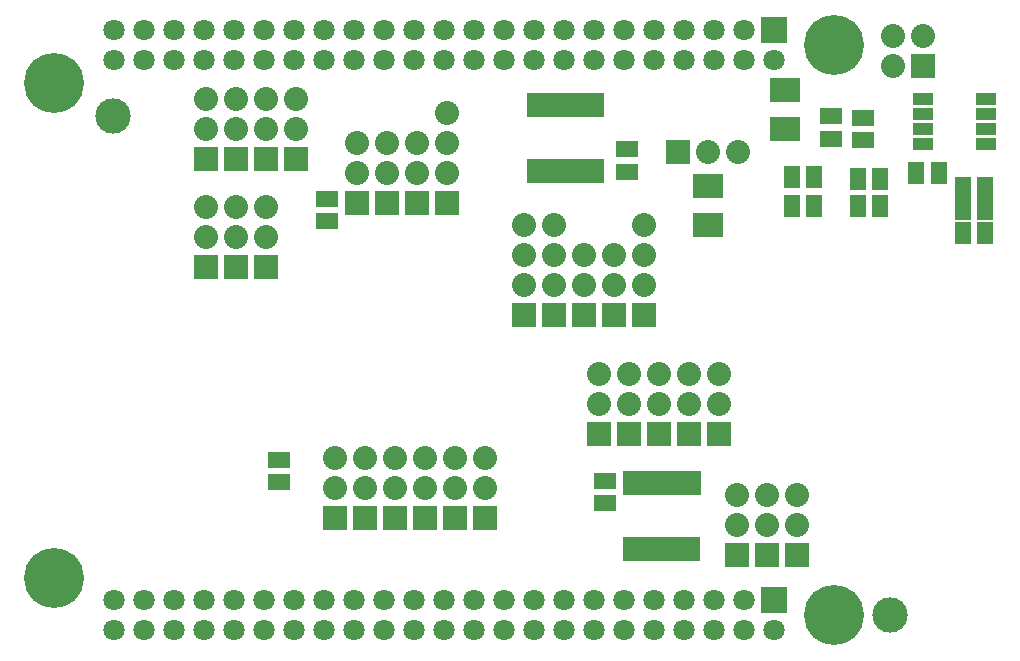
<source format=gts>
G04 (created by PCBNEW (2013-05-31 BZR 4019)-stable) date 7/12/2014 5:45:34 PM*
%MOIN*%
G04 Gerber Fmt 3.4, Leading zero omitted, Abs format*
%FSLAX34Y34*%
G01*
G70*
G90*
G04 APERTURE LIST*
%ADD10C,0.00590551*%
%ADD11R,0.0298425X0.0810236*%
%ADD12R,0.1X0.08*%
%ADD13R,0.055X0.075*%
%ADD14R,0.075X0.055*%
%ADD15R,0.08X0.08*%
%ADD16C,0.08*%
%ADD17C,0.11811*%
%ADD18R,0.065X0.04*%
%ADD19C,0.2*%
%ADD20R,0.085X0.085*%
%ADD21C,0.0712*%
G04 APERTURE END LIST*
G54D10*
G54D11*
X18138Y-5452D03*
X18404Y-5452D03*
X18660Y-5452D03*
X18916Y-5452D03*
X19172Y-5452D03*
X19427Y-5452D03*
X19683Y-5452D03*
X19939Y-5452D03*
X20195Y-5452D03*
X20451Y-5452D03*
X20451Y-3247D03*
X20195Y-3247D03*
X19939Y-3247D03*
X19683Y-3247D03*
X19427Y-3247D03*
X19172Y-3247D03*
X18916Y-3247D03*
X18660Y-3247D03*
X18404Y-3247D03*
X18148Y-3247D03*
X23661Y-15847D03*
X23395Y-15847D03*
X23139Y-15847D03*
X22883Y-15847D03*
X22627Y-15847D03*
X22372Y-15847D03*
X22116Y-15847D03*
X21860Y-15847D03*
X21604Y-15847D03*
X21348Y-15847D03*
X21348Y-18052D03*
X21604Y-18052D03*
X21860Y-18052D03*
X22116Y-18052D03*
X22372Y-18052D03*
X22627Y-18052D03*
X22883Y-18052D03*
X23139Y-18052D03*
X23395Y-18052D03*
X23651Y-18052D03*
G54D12*
X24050Y-7250D03*
X24050Y-5950D03*
G54D13*
X30975Y-5500D03*
X31725Y-5500D03*
G54D14*
X20600Y-16525D03*
X20600Y-15775D03*
X21350Y-4725D03*
X21350Y-5475D03*
X9750Y-15825D03*
X9750Y-15075D03*
X11350Y-6375D03*
X11350Y-7125D03*
G54D13*
X26825Y-6600D03*
X27575Y-6600D03*
X27575Y-5650D03*
X26825Y-5650D03*
G54D14*
X29200Y-4425D03*
X29200Y-3675D03*
X28150Y-4375D03*
X28150Y-3625D03*
G54D13*
X32525Y-6720D03*
X33275Y-6720D03*
X32525Y-7500D03*
X33275Y-7500D03*
X32525Y-6000D03*
X33275Y-6000D03*
G54D15*
X18900Y-10250D03*
G54D16*
X18900Y-9250D03*
X18900Y-8250D03*
X18900Y-7250D03*
G54D15*
X15350Y-6500D03*
G54D16*
X15350Y-5500D03*
X15350Y-4500D03*
X15350Y-3500D03*
G54D15*
X21900Y-10250D03*
G54D16*
X21900Y-9250D03*
X21900Y-8250D03*
X21900Y-7250D03*
G54D15*
X17900Y-10250D03*
G54D16*
X17900Y-9250D03*
X17900Y-8250D03*
X17900Y-7250D03*
G54D15*
X20900Y-10250D03*
G54D16*
X20900Y-9250D03*
X20900Y-8250D03*
G54D15*
X23400Y-14200D03*
G54D16*
X23400Y-13200D03*
X23400Y-12200D03*
G54D15*
X24400Y-14200D03*
G54D16*
X24400Y-13200D03*
X24400Y-12200D03*
G54D15*
X27000Y-18250D03*
G54D16*
X27000Y-17250D03*
X27000Y-16250D03*
G54D15*
X26000Y-18250D03*
G54D16*
X26000Y-17250D03*
X26000Y-16250D03*
G54D15*
X25000Y-18250D03*
G54D16*
X25000Y-17250D03*
X25000Y-16250D03*
G54D15*
X11600Y-17000D03*
G54D16*
X11600Y-16000D03*
X11600Y-15000D03*
G54D15*
X12600Y-17000D03*
G54D16*
X12600Y-16000D03*
X12600Y-15000D03*
G54D15*
X13600Y-17000D03*
G54D16*
X13600Y-16000D03*
X13600Y-15000D03*
G54D15*
X14600Y-17000D03*
G54D16*
X14600Y-16000D03*
X14600Y-15000D03*
G54D15*
X15600Y-17000D03*
G54D16*
X15600Y-16000D03*
X15600Y-15000D03*
G54D15*
X16600Y-17000D03*
G54D16*
X16600Y-16000D03*
X16600Y-15000D03*
G54D15*
X7300Y-5050D03*
G54D16*
X7300Y-4050D03*
X7300Y-3050D03*
G54D15*
X9300Y-5050D03*
G54D16*
X9300Y-4050D03*
X9300Y-3050D03*
G54D15*
X7310Y-8650D03*
G54D16*
X7310Y-7650D03*
X7310Y-6650D03*
G54D15*
X8300Y-8650D03*
G54D16*
X8300Y-7650D03*
X8300Y-6650D03*
G54D15*
X10300Y-5050D03*
G54D16*
X10300Y-4050D03*
X10300Y-3050D03*
G54D15*
X9300Y-8650D03*
G54D16*
X9300Y-7650D03*
X9300Y-6650D03*
G54D15*
X13350Y-6500D03*
G54D16*
X13350Y-5500D03*
X13350Y-4500D03*
G54D15*
X14350Y-6500D03*
G54D16*
X14350Y-5500D03*
X14350Y-4500D03*
G54D15*
X19900Y-10250D03*
G54D16*
X19900Y-9250D03*
X19900Y-8250D03*
G54D15*
X20400Y-14200D03*
G54D16*
X20400Y-13200D03*
X20400Y-12200D03*
G54D15*
X21400Y-14200D03*
G54D16*
X21400Y-13200D03*
X21400Y-12200D03*
G54D15*
X22400Y-14200D03*
G54D16*
X22400Y-13200D03*
X22400Y-12200D03*
G54D15*
X8300Y-5050D03*
G54D16*
X8300Y-4050D03*
X8300Y-3050D03*
G54D15*
X31220Y-1930D03*
G54D16*
X30220Y-1930D03*
X31220Y-930D03*
X30220Y-930D03*
G54D17*
X30100Y-20250D03*
X4200Y-3600D03*
G54D18*
X31220Y-4540D03*
X33320Y-4540D03*
X31220Y-4040D03*
X31220Y-3540D03*
X31220Y-3040D03*
X33320Y-4040D03*
X33320Y-3540D03*
X33320Y-3040D03*
G54D15*
X12350Y-6500D03*
G54D16*
X12350Y-5500D03*
X12350Y-4500D03*
G54D15*
X23050Y-4800D03*
G54D16*
X24050Y-4800D03*
X25050Y-4800D03*
G54D12*
X26600Y-4050D03*
X26600Y-2750D03*
G54D19*
X2250Y-2500D03*
X28250Y-1250D03*
X28250Y-20250D03*
X2250Y-19000D03*
G54D20*
X26250Y-750D03*
G54D21*
X26250Y-1750D03*
X25250Y-750D03*
X25250Y-1750D03*
X24250Y-750D03*
X24250Y-1750D03*
X23250Y-750D03*
X23250Y-1750D03*
X22250Y-750D03*
X22250Y-1750D03*
X21250Y-750D03*
X21250Y-1750D03*
X20250Y-750D03*
X20250Y-1750D03*
X19250Y-750D03*
X19250Y-1750D03*
X18250Y-750D03*
X18250Y-1750D03*
X17250Y-750D03*
X17250Y-1750D03*
X16250Y-750D03*
X16250Y-1750D03*
X15250Y-750D03*
X15250Y-1750D03*
X14250Y-750D03*
X14250Y-1750D03*
X13250Y-750D03*
X13250Y-1750D03*
X12250Y-750D03*
X12250Y-1750D03*
X11250Y-750D03*
X11250Y-1750D03*
X10250Y-750D03*
X10250Y-1750D03*
X9250Y-750D03*
X9250Y-1750D03*
X8250Y-750D03*
X8250Y-1750D03*
X7250Y-750D03*
X7250Y-1750D03*
X6250Y-750D03*
X6250Y-1750D03*
X5250Y-750D03*
X5250Y-1750D03*
X4250Y-750D03*
X4250Y-1750D03*
G54D20*
X26250Y-19750D03*
G54D21*
X26250Y-20750D03*
X25250Y-19750D03*
X25250Y-20750D03*
X24250Y-19750D03*
X24250Y-20750D03*
X23250Y-19750D03*
X23250Y-20750D03*
X22250Y-19750D03*
X22250Y-20750D03*
X21250Y-19750D03*
X21250Y-20750D03*
X20250Y-19750D03*
X20250Y-20750D03*
X19250Y-19750D03*
X19250Y-20750D03*
X18250Y-19750D03*
X18250Y-20750D03*
X17250Y-19750D03*
X17250Y-20750D03*
X16250Y-19750D03*
X16250Y-20750D03*
X15250Y-19750D03*
X15250Y-20750D03*
X14250Y-19750D03*
X14250Y-20750D03*
X13250Y-19750D03*
X13250Y-20750D03*
X12250Y-19750D03*
X12250Y-20750D03*
X11250Y-19750D03*
X11250Y-20750D03*
X10250Y-19750D03*
X10250Y-20750D03*
X9250Y-19750D03*
X9250Y-20750D03*
X8250Y-19750D03*
X8250Y-20750D03*
X7250Y-19750D03*
X7250Y-20750D03*
X6250Y-19750D03*
X6250Y-20750D03*
X5250Y-19750D03*
X5250Y-20750D03*
X4250Y-19750D03*
X4250Y-20750D03*
G54D13*
X29025Y-6600D03*
X29775Y-6600D03*
X29775Y-5700D03*
X29025Y-5700D03*
M02*

</source>
